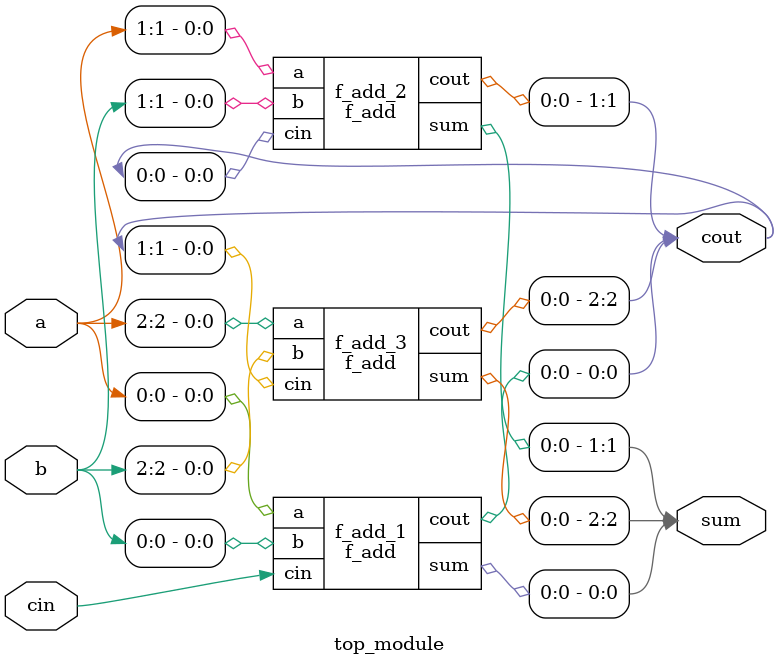
<source format=v>
module f_add ( 
    input a, b, cin,
    output cout, sum );

    assign sum = (a ^ b ^ cin);
    assign cout = (a&b) | (cin & (a ^ b)); 

endmodule

module top_module( 
    input [2:0] a, b,
    input cin,
    output [2:0] cout,
    output [2:0] sum );

    f_add f_add_1 (a[0], b[0], cin, cout[0], sum[0]);    
    f_add f_add_2 (a[1], b[1], cout[0], cout[1], sum[1]);    
    f_add f_add_3 (a[2], b[2], cout[1], cout[2], sum[2]);    

endmodule

</source>
